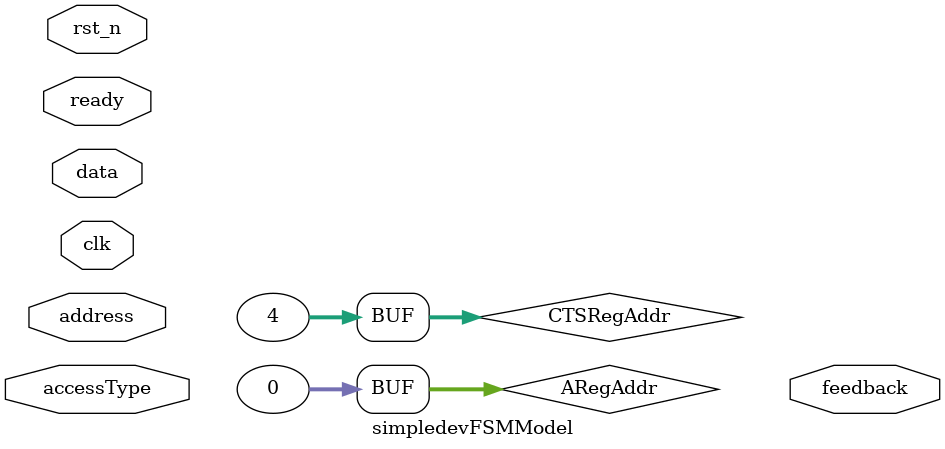
<source format=sv>
module simpledevFSMModel (
					input               clk, rst_n, accessType,
                    input [31:0]        address,
                    input [31:0]        data,
                    input               ready,
                    /*input [31:0]      dataIn,                                                                                                                                                                                  
                    input [2:0]         commandIn,                                                                                                                                                                               
                    output logic        busy,                                                                                                                                                                                    
                    output logic [31:0] dataOut,                                                                                                                                                                                 
                    output logic [7:0]  opermode,                                                                                                                                                                                
                    output logic [2:0]  status,*/
                    output logic [3:0]  feedback
);

	//assign p0 = WRITE%A.CHANNELENABLE.E_CHANNEL3;
	//assign p1 = (A.CHANNELENABLE.E_CHANNEL3 == 1);
	//assign p2 = WRITE%A.CHANNELENABLE.E_CHANNEL0;
	//assign p3 = (A.CHANNELENABLE.E_CHANNEL0 == 1);

	//Register: REGA
	logic [31:0] ARegAddr = 32'd0; 
	logic [31:0] AReg; 
	logic [31:0] ARegTmp;
	//Register: CHANNEL_TIME_SCALE
	logic [31:0] CTSRegAddr = 32'd4; 
	logic [31:0] CTSReg; 
	logic [31:0] CTSRegTmp;

	//State: Global_State, OrthoRegion: O1
	typedef enum                         logic [1:0] {
			SA, 
			SB
	} Global_State_O1_STATEFSM;
	Global_State_O1_STATEFSM Global_State_O1_states;
	

	always_ff @ (posedge clk or negedge rst_n)
     begin
        if (!rst_n)
          begin
		Global_State_O1_states <= SA;
          end
        else
		begin
        	if (fsmState == CHECKING)
               begin
			case(Global_State_O1_states)
			SA: begin
			if (ready && p0 && p1) begin
				Global_State_O1_states <= SB;
			end
			end
			SB: begin
			if (ready && p2 && p3) begin
				Global_State_O1_states <= SA;
			end
			end
			endcase //Global_StateO1states
               end   
        end
	end
endmodule


</source>
